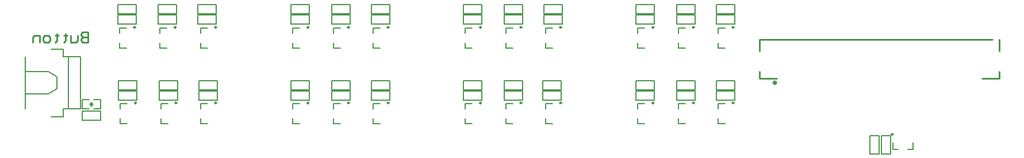
<source format=gbo>
G04*
G04 #@! TF.GenerationSoftware,Altium Limited,Altium Designer,24.0.1 (36)*
G04*
G04 Layer_Color=32896*
%FSLAX44Y44*%
%MOMM*%
G71*
G04*
G04 #@! TF.SameCoordinates,6AB65015-FC58-47BD-B1F7-23B370D85B0D*
G04*
G04*
G04 #@! TF.FilePolarity,Positive*
G04*
G01*
G75*
%ADD10C,0.2540*%
%ADD34C,0.5000*%
%ADD35C,0.2500*%
%ADD36C,0.1524*%
%ADD37C,0.2000*%
D10*
X1287230Y663290D02*
Y673450D01*
Y663290D02*
X1312630D01*
X1287230Y703930D02*
Y720440D01*
X1629930D01*
X1639930Y703930D02*
Y720440D01*
Y663290D02*
Y673450D01*
X1614530Y663290D02*
X1639930D01*
X297942Y732023D02*
Y716788D01*
X290324D01*
X287785Y719327D01*
Y721866D01*
X290324Y724406D01*
X297942D01*
X290324D01*
X287785Y726945D01*
Y729484D01*
X290324Y732023D01*
X297942D01*
X282707Y726945D02*
Y719327D01*
X280168Y716788D01*
X272550D01*
Y726945D01*
X264933Y729484D02*
Y726945D01*
X267472D01*
X262393D01*
X264933D01*
Y719327D01*
X262393Y716788D01*
X252237Y729484D02*
Y726945D01*
X254776D01*
X249698D01*
X252237D01*
Y719327D01*
X249698Y716788D01*
X239541D02*
X234463D01*
X231923Y719327D01*
Y724406D01*
X234463Y726945D01*
X239541D01*
X242080Y724406D01*
Y719327D01*
X239541Y716788D01*
X226845D02*
Y726945D01*
X219228D01*
X216688Y724406D01*
Y716788D01*
D34*
X1310700Y656590D02*
G03*
X1310700Y656590I-1000J0D01*
G01*
D35*
X1483850Y580390D02*
G03*
X1483850Y580390I-1250J0D01*
G01*
X683240Y626870D02*
G03*
X683240Y626870I-1250J0D01*
G01*
X877550D02*
G03*
X877550Y626870I-1250J0D01*
G01*
X1249660D02*
G03*
X1249660Y626870I-1250J0D01*
G01*
X1191240D02*
G03*
X1191240Y626870I-1250J0D01*
G01*
X741660D02*
G03*
X741660Y626870I-1250J0D01*
G01*
X937240D02*
G03*
X937240Y626870I-1250J0D01*
G01*
X1131550D02*
G03*
X1131550Y626870I-1250J0D01*
G01*
X995660D02*
G03*
X995660Y626870I-1250J0D01*
G01*
X487660D02*
G03*
X487660Y626870I-1250J0D01*
G01*
X429240D02*
G03*
X429240Y626870I-1250J0D01*
G01*
X623550D02*
G03*
X623550Y626870I-1250J0D01*
G01*
X368280Y738630D02*
G03*
X368280Y738630I-1250J0D01*
G01*
X427970D02*
G03*
X427970Y738630I-1250J0D01*
G01*
X487660D02*
G03*
X487660Y738630I-1250J0D01*
G01*
X995660D02*
G03*
X995660Y738630I-1250J0D01*
G01*
X369550Y626870D02*
G03*
X369550Y626870I-1250J0D01*
G01*
X937240Y738630D02*
G03*
X937240Y738630I-1250J0D01*
G01*
X877550D02*
G03*
X877550Y738630I-1250J0D01*
G01*
X1249660D02*
G03*
X1249660Y738630I-1250J0D01*
G01*
X1191240D02*
G03*
X1191240Y738630I-1250J0D01*
G01*
X741660D02*
G03*
X741660Y738630I-1250J0D01*
G01*
X683240D02*
G03*
X683240Y738630I-1250J0D01*
G01*
X1131550D02*
G03*
X1131550Y738630I-1250J0D01*
G01*
X623550D02*
G03*
X623550Y738630I-1250J0D01*
G01*
D36*
X316992Y601472D02*
Y615188D01*
X290068D02*
X316992D01*
X290068Y601472D02*
Y615188D01*
Y601472D02*
X316992D01*
X290068Y617982D02*
Y631698D01*
X316992Y617982D02*
Y631698D01*
X290068D02*
X300228D01*
X306832Y617982D02*
X316992D01*
X290068D02*
X300228D01*
X306832Y631698D02*
X316992D01*
X301244Y624840D02*
X302514D01*
X304546D02*
X305816D01*
X304546Y622300D02*
Y627380D01*
X302514Y622300D02*
Y627380D01*
X1463548Y551688D02*
Y578612D01*
X1449832Y551688D02*
X1463548D01*
X1449832D02*
Y578612D01*
X1463548D01*
X1480058Y551688D02*
Y578612D01*
X1466342Y551688D02*
X1480058D01*
X1466342D02*
Y578612D01*
X1480058D01*
X488442Y630682D02*
Y644398D01*
X461518D02*
X488442D01*
X461518Y630682D02*
Y644398D01*
Y630682D02*
X488442D01*
X369062Y758952D02*
Y772668D01*
X342138D02*
X369062D01*
X342138Y758952D02*
Y772668D01*
Y758952D02*
X369062D01*
X487172D02*
Y772668D01*
X460248D02*
X487172D01*
X460248Y758952D02*
Y772668D01*
Y758952D02*
X487172D01*
Y743712D02*
Y757428D01*
X460248D02*
X487172D01*
X460248Y743712D02*
Y757428D01*
Y743712D02*
X487172D01*
X428752Y758952D02*
Y772668D01*
X401828D02*
X428752D01*
X401828Y758952D02*
Y772668D01*
Y758952D02*
X428752D01*
Y743712D02*
Y757428D01*
X401828D02*
X428752D01*
X401828Y743712D02*
Y757428D01*
Y743712D02*
X428752D01*
X369062D02*
Y757428D01*
X342138D02*
X369062D01*
X342138Y743712D02*
Y757428D01*
Y743712D02*
X369062D01*
X878332Y645922D02*
Y659638D01*
X851408D02*
X878332D01*
X851408Y645922D02*
Y659638D01*
Y645922D02*
X878332D01*
Y630682D02*
Y644398D01*
X851408D02*
X878332D01*
X851408Y630682D02*
Y644398D01*
Y630682D02*
X878332D01*
X938022D02*
Y644398D01*
X911098D02*
X938022D01*
X911098Y630682D02*
Y644398D01*
Y630682D02*
X938022D01*
X995172Y645922D02*
Y659638D01*
X968248D02*
X995172D01*
X968248Y645922D02*
Y659638D01*
Y645922D02*
X995172D01*
X430022D02*
Y659638D01*
X403098D02*
X430022D01*
X403098Y645922D02*
Y659638D01*
Y645922D02*
X430022D01*
X488442D02*
Y659638D01*
X461518D02*
X488442D01*
X461518Y645922D02*
Y659638D01*
Y645922D02*
X488442D01*
X938022D02*
Y659638D01*
X911098D02*
X938022D01*
X911098Y645922D02*
Y659638D01*
Y645922D02*
X938022D01*
X995172Y630682D02*
Y644398D01*
X968248D02*
X995172D01*
X968248Y630682D02*
Y644398D01*
Y630682D02*
X995172D01*
X430022D02*
Y644398D01*
X403098D02*
X430022D01*
X403098Y630682D02*
Y644398D01*
Y630682D02*
X430022D01*
X370332Y645922D02*
Y659638D01*
X343408D02*
X370332D01*
X343408Y645922D02*
Y659638D01*
Y645922D02*
X370332D01*
Y630682D02*
Y644398D01*
X343408D02*
X370332D01*
X343408Y630682D02*
Y644398D01*
Y630682D02*
X370332D01*
X996442Y743712D02*
Y757428D01*
X969518D02*
X996442D01*
X969518Y743712D02*
Y757428D01*
Y743712D02*
X996442D01*
Y758952D02*
Y772668D01*
X969518D02*
X996442D01*
X969518Y758952D02*
Y772668D01*
Y758952D02*
X996442D01*
X938022Y743712D02*
Y757428D01*
X911098D02*
X938022D01*
X911098Y743712D02*
Y757428D01*
Y743712D02*
X938022D01*
Y758952D02*
Y772668D01*
X911098D02*
X938022D01*
X911098Y758952D02*
Y772668D01*
Y758952D02*
X938022D01*
X878332D02*
Y772668D01*
X851408D02*
X878332D01*
X851408Y758952D02*
Y772668D01*
Y758952D02*
X878332D01*
Y743712D02*
Y757428D01*
X851408D02*
X878332D01*
X851408Y743712D02*
Y757428D01*
Y743712D02*
X878332D01*
X1132332Y645922D02*
Y659638D01*
X1105408D02*
X1132332D01*
X1105408Y645922D02*
Y659638D01*
Y645922D02*
X1132332D01*
Y630682D02*
Y644398D01*
X1105408D02*
X1132332D01*
X1105408Y630682D02*
Y644398D01*
Y630682D02*
X1132332D01*
X1192022D02*
Y644398D01*
X1165098D02*
X1192022D01*
X1165098Y630682D02*
Y644398D01*
Y630682D02*
X1192022D01*
X1250442D02*
Y644398D01*
X1223518D02*
X1250442D01*
X1223518Y630682D02*
Y644398D01*
Y630682D02*
X1250442D01*
X1192022Y645922D02*
Y659638D01*
X1165098D02*
X1192022D01*
X1165098Y645922D02*
Y659638D01*
Y645922D02*
X1192022D01*
X1250442Y758952D02*
Y772668D01*
X1223518D02*
X1250442D01*
X1223518Y758952D02*
Y772668D01*
Y758952D02*
X1250442D01*
Y743712D02*
Y757428D01*
X1223518D02*
X1250442D01*
X1223518Y743712D02*
Y757428D01*
Y743712D02*
X1250442D01*
X1192022D02*
Y757428D01*
X1165098D02*
X1192022D01*
X1165098Y743712D02*
Y757428D01*
Y743712D02*
X1192022D01*
X684022D02*
Y757428D01*
X657098D02*
X684022D01*
X657098Y743712D02*
Y757428D01*
Y743712D02*
X684022D01*
Y758952D02*
Y772668D01*
X657098D02*
X684022D01*
X657098Y758952D02*
Y772668D01*
Y758952D02*
X684022D01*
X1132332D02*
Y772668D01*
X1105408D02*
X1132332D01*
X1105408Y758952D02*
Y772668D01*
Y758952D02*
X1132332D01*
Y743712D02*
Y757428D01*
X1105408D02*
X1132332D01*
X1105408Y743712D02*
Y757428D01*
Y743712D02*
X1132332D01*
X1250442Y645922D02*
Y659638D01*
X1223518D02*
X1250442D01*
X1223518Y645922D02*
Y659638D01*
Y645922D02*
X1250442D01*
X1192022Y758952D02*
Y772668D01*
X1165098D02*
X1192022D01*
X1165098Y758952D02*
Y772668D01*
Y758952D02*
X1192022D01*
X742442Y645922D02*
Y659638D01*
X715518D02*
X742442D01*
X715518Y645922D02*
Y659638D01*
Y645922D02*
X742442D01*
Y743712D02*
Y757428D01*
X715518D02*
X742442D01*
X715518Y743712D02*
Y757428D01*
Y743712D02*
X742442D01*
Y758952D02*
Y772668D01*
X715518D02*
X742442D01*
X715518Y758952D02*
Y772668D01*
Y758952D02*
X742442D01*
X624332D02*
Y772668D01*
X597408D02*
X624332D01*
X597408Y758952D02*
Y772668D01*
Y758952D02*
X624332D01*
X742442Y630682D02*
Y644398D01*
X715518D02*
X742442D01*
X715518Y630682D02*
Y644398D01*
Y630682D02*
X742442D01*
X684022Y645922D02*
Y659638D01*
X657098D02*
X684022D01*
X657098Y645922D02*
Y659638D01*
Y645922D02*
X684022D01*
Y630682D02*
Y644398D01*
X657098D02*
X684022D01*
X657098Y630682D02*
Y644398D01*
Y630682D02*
X684022D01*
X624332Y645922D02*
Y659638D01*
X597408D02*
X624332D01*
X597408Y645922D02*
Y659638D01*
Y645922D02*
X624332D01*
Y630682D02*
Y644398D01*
X597408D02*
X624332D01*
X597408Y630682D02*
Y644398D01*
Y630682D02*
X624332D01*
Y743712D02*
Y757428D01*
X597408D02*
X624332D01*
X597408Y743712D02*
Y757428D01*
Y743712D02*
X624332D01*
D37*
X1483600Y558150D02*
Y568150D01*
Y558150D02*
X1491600D01*
X1513600D02*
Y568150D01*
X1505600Y558150D02*
X1513600D01*
X261740Y695090D02*
X287020D01*
X261740Y618090D02*
X287020D01*
X252740Y653090D02*
Y665170D01*
X240040Y672790D02*
X252740Y665170D01*
X205740Y672790D02*
X240040D01*
X205740Y640390D02*
X240040D01*
X252740Y648010D01*
Y653090D01*
X269240Y618090D02*
Y695090D01*
X243840Y706590D02*
X261740D01*
Y695090D02*
Y706590D01*
X243840Y606590D02*
X261740D01*
Y618090D01*
X287020D02*
Y695090D01*
X205740Y618090D02*
Y695090D01*
X659750Y595870D02*
Y603870D01*
Y595870D02*
X669750D01*
X659750Y617870D02*
Y625870D01*
X669750D01*
X854060Y595870D02*
Y603870D01*
Y595870D02*
X864060D01*
X854060Y617870D02*
Y625870D01*
X864060D01*
X1226170Y595870D02*
Y603870D01*
Y595870D02*
X1236170D01*
X1226170Y617870D02*
Y625870D01*
X1236170D01*
X1167750Y595870D02*
Y603870D01*
Y595870D02*
X1177750D01*
X1167750Y617870D02*
Y625870D01*
X1177750D01*
X718170Y595870D02*
Y603870D01*
Y595870D02*
X728170D01*
X718170Y617870D02*
Y625870D01*
X728170D01*
X913750Y595870D02*
Y603870D01*
Y595870D02*
X923750D01*
X913750Y617870D02*
Y625870D01*
X923750D01*
X1108060Y595870D02*
Y603870D01*
Y595870D02*
X1118060D01*
X1108060Y617870D02*
Y625870D01*
X1118060D01*
X972170Y595870D02*
Y603870D01*
Y595870D02*
X982170D01*
X972170Y617870D02*
Y625870D01*
X982170D01*
X464170Y595870D02*
Y603870D01*
Y595870D02*
X474170D01*
X464170Y617870D02*
Y625870D01*
X474170D01*
X405750Y595870D02*
Y603870D01*
Y595870D02*
X415750D01*
X405750Y617870D02*
Y625870D01*
X415750D01*
X600060Y595870D02*
Y603870D01*
Y595870D02*
X610060D01*
X600060Y617870D02*
Y625870D01*
X610060D01*
X344790Y707630D02*
Y715630D01*
Y707630D02*
X354790D01*
X344790Y729630D02*
Y737630D01*
X354790D01*
X404480Y707630D02*
Y715630D01*
Y707630D02*
X414480D01*
X404480Y729630D02*
Y737630D01*
X414480D01*
X464170Y707630D02*
Y715630D01*
Y707630D02*
X474170D01*
X464170Y729630D02*
Y737630D01*
X474170D01*
X972170Y707630D02*
Y715630D01*
Y707630D02*
X982170D01*
X972170Y729630D02*
Y737630D01*
X982170D01*
X346060Y595870D02*
Y603870D01*
Y595870D02*
X356060D01*
X346060Y617870D02*
Y625870D01*
X356060D01*
X913750Y707630D02*
Y715630D01*
Y707630D02*
X923750D01*
X913750Y729630D02*
Y737630D01*
X923750D01*
X854060Y707630D02*
Y715630D01*
Y707630D02*
X864060D01*
X854060Y729630D02*
Y737630D01*
X864060D01*
X1226170Y707630D02*
Y715630D01*
Y707630D02*
X1236170D01*
X1226170Y729630D02*
Y737630D01*
X1236170D01*
X1167750Y707630D02*
Y715630D01*
Y707630D02*
X1177750D01*
X1167750Y729630D02*
Y737630D01*
X1177750D01*
X718170Y707630D02*
Y715630D01*
Y707630D02*
X728170D01*
X718170Y729630D02*
Y737630D01*
X728170D01*
X659750Y707630D02*
Y715630D01*
Y707630D02*
X669750D01*
X659750Y729630D02*
Y737630D01*
X669750D01*
X1108060Y707630D02*
Y715630D01*
Y707630D02*
X1118060D01*
X1108060Y729630D02*
Y737630D01*
X1118060D01*
X600060Y707630D02*
Y715630D01*
Y707630D02*
X610060D01*
X600060Y729630D02*
Y737630D01*
X610060D01*
M02*

</source>
